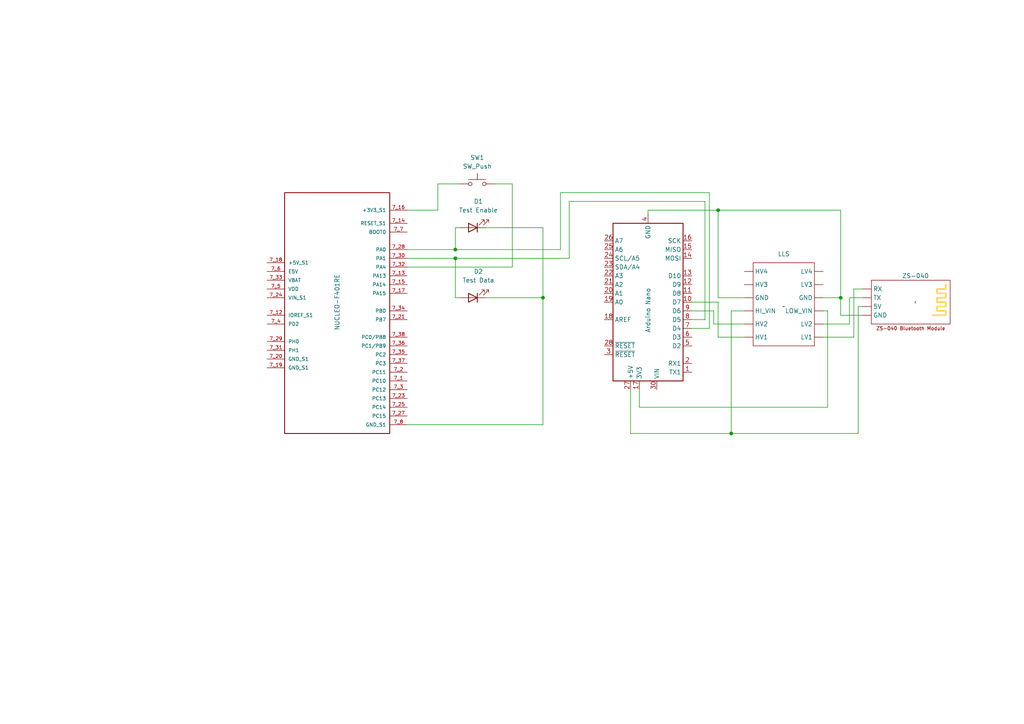
<source format=kicad_sch>
(kicad_sch (version 20230121) (generator eeschema)
  (paper "A4")
  (title_block (title "ESET 349 Final Project") (date "2025-07-27") (company "TAMU MXET") (comment 1 "Satya Harsheet Kumm") (comment 2 "Quinton Bowling") (comment 3 "ESET 349-201"))
  (lib_symbols
    (symbol "Arduino_Nano_Every_1"
      (property "Reference" "A1" (at 2.1941 -25.4 0))
      (property "Value" "Arduino_Nano_Every" (at 2.1941 -27.94 0))
      (symbol "Arduino_Nano_Every_1_1_1"
        (rectangle (start -10.16 22.86) (end 10.16 -22.86) (stroke (width 0.254)))
        (pin bidirectional line (at -12.7 20.32 0) (length 2.54) (name "TX1") (number "1"))
        (pin bidirectional line (at -12.7 0 0) (length 2.54) (name "D7") (number "10"))
        (pin bidirectional line (at -12.7 -2.54 0) (length 2.54) (name "D8") (number "11"))
        (pin bidirectional line (at -12.7 -5.08 0) (length 2.54) (name "D9") (number "12"))
        (pin bidirectional line (at -12.7 -7.62 0) (length 2.54) (name "D10") (number "13"))
        (pin bidirectional line (at -12.7 -12.7 0) (length 2.54) (name "MOSI") (number "14"))
        (pin bidirectional line (at -12.7 -15.24 0) (length 2.54) (name "MISO") (number "15"))
        (pin bidirectional line (at -12.7 -17.78 0) (length 2.54) (name "SCK") (number "16"))
        (pin power_out line (at 2.54 25.4 270) (length 2.54) (name "3V3") (number "17"))
        (pin input line (at 12.7 5.08 180) (length 2.54) (name "AREF") (number "18"))
        (pin bidirectional line (at 12.7 0 180) (length 2.54) (name "A0") (number "19"))
        (pin bidirectional line (at -12.7 17.78 0) (length 2.54) (name "RX1") (number "2"))
        (pin bidirectional line (at 12.7 -2.54 180) (length 2.54) (name "A1") (number "20"))
        (pin bidirectional line (at 12.7 -5.08 180) (length 2.54) (name "A2") (number "21"))
        (pin bidirectional line (at 12.7 -7.62 180) (length 2.54) (name "A3") (number "22"))
        (pin bidirectional line (at 12.7 -10.16 180) (length 2.54) (name "SDA/A4") (number "23"))
        (pin bidirectional line (at 12.7 -12.7 180) (length 2.54) (name "SCL/A5") (number "24"))
        (pin bidirectional line (at 12.7 -15.24 180) (length 2.54) (name "A6") (number "25"))
        (pin bidirectional line (at 12.7 -17.78 180) (length 2.54) (name "A7") (number "26"))
        (pin power_out line (at 5.08 25.4 270) (length 2.54) (name "+5V") (number "27"))
        (pin input line (at 12.7 12.7 180) (length 2.54) (name "~{RESET}") (number "28"))
        (pin passive line (at 0 -25.4 90) (length 2.54) hide (name "GND") (number "29"))
        (pin input line (at 12.7 15.24 180) (length 2.54) (name "~{RESET}") (number "3"))
        (pin power_in line (at -2.54 25.4 270) (length 2.54) (name "VIN") (number "30"))
        (pin power_in line (at 0 -25.4 90) (length 2.54) (name "GND") (number "4"))
        (pin bidirectional line (at -12.7 12.7 0) (length 2.54) (name "D2") (number "5"))
        (pin bidirectional line (at -12.7 10.16 0) (length 2.54) (name "D3") (number "6"))
        (pin bidirectional line (at -12.7 7.62 0) (length 2.54) (name "D4") (number "7"))
        (pin bidirectional line (at -12.7 5.08 0) (length 2.54) (name "D5") (number "8"))
        (pin bidirectional line (at -12.7 2.54 0) (length 2.54) (name "D6") (number "9"))
      )
    )
    (symbol "Device:LED" (pin_numbers hide) (pin_names (offset 1.016) hide)
      (property "Reference" "D" (at 0 2.54 0))
      (property "Value" "LED" (at 0 -2.54 0))
      (symbol "LED_0_1"
        (polyline (pts (xy -1.27 -1.27) (xy -1.27 1.27)) (stroke (width 0.254)))
        (polyline (pts (xy -1.27 0) (xy 1.27 0)))
        (polyline (pts (xy 1.27 -1.27) (xy 1.27 1.27) (xy -1.27 0) (xy 1.27 -1.27)) (stroke (width 0.254)))
        (polyline (pts (xy -3.048 -0.762) (xy -4.572 -2.286) (xy -3.81 -2.286) (xy -4.572 -2.286) (xy -4.572 -1.524)))
        (polyline (pts (xy -1.778 -0.762) (xy -3.302 -2.286) (xy -2.54 -2.286) (xy -3.302 -2.286) (xy -3.302 -1.524)))
      )
      (symbol "LED_1_1"
        (pin passive line (at -3.81 0 0) (length 2.54) (name "K") (number "1"))
        (pin passive line (at 3.81 0 180) (length 2.54) (name "A") (number "2"))
      )
    )
    (symbol "Device:Logic_Level_Shifter"
      (property "Reference" "LogicLevelShifter" (at 0 13.97 0))
      (symbol "Logic_Level_Shifter_0_1"
        (rectangle (start -8.89 11.43) (end 8.89 -12.7))
      )
      (symbol "Logic_Level_Shifter_1_1"
        (pin input line (at -11.43 -2.54 0) (length 2.54) (name "GND") (number ""))
        (pin input line (at 11.43 -2.54 180) (length 2.54) (name "GND") (number ""))
        (pin input line (at 11.43 1.27 180) (length 2.54) (name "HI_VIN") (number ""))
        (pin bidirectional line (at 11.43 8.89 180) (length 2.54) (name "HV1") (number ""))
        (pin bidirectional line (at 11.43 5.08 180) (length 2.54) (name "HV2") (number ""))
        (pin bidirectional line (at 11.43 -6.35 180) (length 2.54) (name "HV3") (number ""))
        (pin bidirectional line (at 11.43 -10.16 180) (length 2.54) (name "HV4") (number ""))
        (pin input line (at -11.43 1.27 0) (length 2.54) (name "LOW_VIN") (number ""))
        (pin bidirectional line (at -11.43 8.89 0) (length 2.54) (name "LV1") (number ""))
        (pin bidirectional line (at -11.43 5.08 0) (length 2.54) (name "LV2") (number ""))
        (pin bidirectional line (at -11.43 -6.35 0) (length 2.54) (name "LV3") (number ""))
        (pin bidirectional line (at -11.43 -10.16 0) (length 2.54) (name "LV4") (number ""))
      )
    )
    (symbol "NUCLEO-F401RE:NUCLEO-F401RE" (pin_names (offset 1.016))
      (property "Reference" "U1" (at 0 33.02 0))
      (property "Value" "NUCLEO-F401RE" (at 0 30.48 0))
      (symbol "NUCLEO-F401RE_1_0"
        (rectangle (start -15.24 29.21) (end 15.24 -40.64) (stroke (width 0.254)))
        (pin bidirectional line (at -20.32 -25.4 0) (length 5.08) (name "PC10") (number "7_1"))
        (pin bidirectional line (at 20.32 -6.35 180) (length 5.08) (name "IOREF_S1") (number "7_12"))
        (pin bidirectional line (at -20.32 5.08 0) (length 5.08) (name "PA13") (number "7_13"))
        (pin bidirectional line (at -20.32 20.32 0) (length 5.08) (name "RESET_S1") (number "7_14"))
        (pin bidirectional line (at -20.32 2.54 0) (length 5.08) (name "PA14") (number "7_15"))
        (pin power_in line (at -20.32 24.13 0) (length 5.08) (name "+3V3_S1") (number "7_16"))
        (pin bidirectional line (at -20.32 0 0) (length 5.08) (name "PA15") (number "7_17"))
        (pin power_in line (at 20.32 8.89 180) (length 5.08) (name "+5V_S1") (number "7_18"))
        (pin power_in line (at 20.32 -21.59 180) (length 5.08) (name "GND_S1") (number "7_19"))
        (pin bidirectional line (at -20.32 -22.86 0) (length 5.08) (name "PC11") (number "7_2"))
        (pin power_in line (at 20.32 -19.05 180) (length 5.08) (name "GND_S1") (number "7_20"))
        (pin bidirectional line (at -20.32 -7.62 0) (length 5.08) (name "PB7") (number "7_21"))
        (pin bidirectional line (at -20.32 -30.48 0) (length 5.08) (name "PC13") (number "7_23"))
        (pin power_in line (at 20.32 -1.27 180) (length 5.08) (name "VIN_S1") (number "7_24"))
        (pin bidirectional line (at -20.32 -33.02 0) (length 5.08) (name "PC14") (number "7_25"))
        (pin bidirectional line (at -20.32 -35.56 0) (length 5.08) (name "PC15") (number "7_27"))
        (pin bidirectional line (at -20.32 12.7 0) (length 5.08) (name "PA0") (number "7_28"))
        (pin bidirectional line (at 20.32 -13.97 180) (length 5.08) (name "PH0") (number "7_29"))
        (pin bidirectional line (at -20.32 -27.94 0) (length 5.08) (name "PC12") (number "7_3"))
        (pin bidirectional line (at -20.32 10.16 0) (length 5.08) (name "PA1") (number "7_30"))
        (pin bidirectional line (at 20.32 -16.51 180) (length 5.08) (name "PH1") (number "7_31"))
        (pin bidirectional line (at -20.32 7.62 0) (length 5.08) (name "PA4") (number "7_32"))
        (pin power_in line (at 20.32 3.81 180) (length 5.08) (name "VBAT") (number "7_33"))
        (pin bidirectional line (at -20.32 -5.08 0) (length 5.08) (name "PB0") (number "7_34"))
        (pin bidirectional line (at -20.32 -17.78 0) (length 5.08) (name "PC2") (number "7_35"))
        (pin bidirectional line (at -20.32 -15.24 0) (length 5.08) (name "PC1/PB9") (number "7_36"))
        (pin bidirectional line (at -20.32 -20.32 0) (length 5.08) (name "PC3") (number "7_37"))
        (pin bidirectional line (at -20.32 -12.7 0) (length 5.08) (name "PC0/PB8") (number "7_38"))
        (pin bidirectional line (at 20.32 -8.89 180) (length 5.08) (name "PD2") (number "7_4"))
        (pin power_in line (at 20.32 1.27 180) (length 5.08) (name "VDD") (number "7_5"))
        (pin power_in line (at 20.32 6.35 180) (length 5.08) (name "E5V") (number "7_6"))
        (pin bidirectional line (at -20.32 17.78 0) (length 5.08) (name "BOOT0") (number "7_7"))
        (pin power_in line (at -20.32 -38.1 0) (length 5.08) (name "GND_S1") (number "7_8"))
      )
      (symbol "NUCLEO-F401RE_2_0"
        (rectangle (start -12.7 -40.64) (end 12.7 38.1) (stroke (width 0.254)) (fill (type background)))
        (pin bidirectional line (at 17.78 15.24 180) (length 5.08) (name "PC9") (number "10_1"))
        (pin bidirectional line (at -17.78 22.86 0) (length 5.08) (name "PA5") (number "10_11"))
        (pin bidirectional line (at -17.78 5.08 0) (length 5.08) (name "PA12") (number "10_12"))
        (pin bidirectional line (at -17.78 20.32 0) (length 5.08) (name "PA6") (number "10_13"))
        (pin bidirectional line (at -17.78 7.62 0) (length 5.08) (name "PA11") (number "10_14"))
        (pin bidirectional line (at -17.78 17.78 0) (length 5.08) (name "PA7") (number "10_15"))
        (pin bidirectional line (at -17.78 -22.86 0) (length 5.08) (name "PB12") (number "10_16"))
        (pin bidirectional line (at -17.78 -12.7 0) (length 5.08) (name "PB6") (number "10_17"))
        (pin bidirectional line (at 17.78 20.32 180) (length 5.08) (name "PC7") (number "10_19"))
        (pin bidirectional line (at 17.78 17.78 180) (length 5.08) (name "PC8") (number "10_2"))
        (pin power_in line (at 17.78 -38.1 180) (length 5.08) (name "GND_S2") (number "10_20"))
        (pin bidirectional line (at -17.78 12.7 0) (length 5.08) (name "PA9") (number "10_21"))
        (pin bidirectional line (at -17.78 -2.54 0) (length 5.08) (name "PB2") (number "10_22"))
        (pin bidirectional line (at -17.78 15.24 0) (length 5.08) (name "PA8") (number "10_23"))
        (pin bidirectional line (at -17.78 0 0) (length 5.08) (name "PB1") (number "10_24"))
        (pin bidirectional line (at -17.78 -20.32 0) (length 5.08) (name "PB10") (number "10_25"))
        (pin bidirectional line (at -17.78 -30.48 0) (length 5.08) (name "PB15") (number "10_26"))
        (pin bidirectional line (at -17.78 -7.62 0) (length 5.08) (name "PB4") (number "10_27"))
        (pin bidirectional line (at -17.78 -27.94 0) (length 5.08) (name "PB14") (number "10_28"))
        (pin bidirectional line (at -17.78 -10.16 0) (length 5.08) (name "PB5") (number "10_29"))
        (pin bidirectional line (at -17.78 -15.24 0) (length 5.08) (name "PB8") (number "10_3"))
        (pin bidirectional line (at -17.78 -25.4 0) (length 5.08) (name "PB13") (number "10_30"))
        (pin bidirectional line (at -17.78 -5.08 0) (length 5.08) (name "PB3") (number "10_31"))
        (pin power_in line (at 17.78 -35.56 180) (length 5.08) (name "AGND") (number "10_32"))
        (pin bidirectional line (at -17.78 10.16 0) (length 5.08) (name "PA10") (number "10_33"))
        (pin bidirectional line (at 17.78 27.94 180) (length 5.08) (name "PC4") (number "10_34"))
        (pin bidirectional line (at -17.78 27.94 0) (length 5.08) (name "PA2") (number "10_35"))
        (pin bidirectional line (at -17.78 25.4 0) (length 5.08) (name "PA3") (number "10_37"))
        (pin bidirectional line (at 17.78 22.86 180) (length 5.08) (name "PC6") (number "10_4"))
        (pin bidirectional line (at -17.78 -17.78 0) (length 5.08) (name "PB9") (number "10_5"))
        (pin bidirectional line (at 17.78 25.4 180) (length 5.08) (name "PC5") (number "10_6"))
        (pin power_in line (at 17.78 35.56 180) (length 5.08) (name "AVDD") (number "10_7"))
        (pin power_in line (at 17.78 33.02 180) (length 5.08) (name "U5V") (number "10_8"))
        (pin power_in line (at 17.78 -38.1 180) (length 5.08) (name "GND_S2") (number "10_9"))
      )
      (symbol "NUCLEO-F401RE_3_0"
        (rectangle (start -10.16 -12.7) (end 10.16 10.16) (stroke (width 0.254)) (fill (type background)))
        (pin bidirectional line (at -15.24 -5.08 0) (length 5.08) (name "IOREF") (number "6_2"))
        (pin bidirectional line (at -15.24 -2.54 0) (length 5.08) (name "RESET") (number "6_3"))
        (pin power_in line (at 15.24 2.54 180) (length 5.08) (name "+3V3") (number "6_4"))
        (pin power_in line (at 15.24 5.08 180) (length 5.08) (name "+5V") (number "6_5"))
        (pin power_in line (at 15.24 -10.16 180) (length 5.08) (name "GND") (number "6_6"))
        (pin power_in line (at 15.24 -10.16 180) (length 5.08) (name "GND") (number "6_7"))
        (pin power_in line (at 15.24 7.62 180) (length 5.08) (name "VIN") (number "6_8"))
      )
      (symbol "NUCLEO-F401RE_4_0"
        (rectangle (start -5.08 -12.7) (end 5.08 12.7) (stroke (width 0.254)) (fill (type background)))
        (pin input line (at -10.16 10.16 0) (length 5.08) (name "D0") (number "9_1"))
        (pin output line (at -10.16 7.62 0) (length 5.08) (name "D1") (number "9_2"))
        (pin bidirectional line (at -10.16 2.54 0) (length 5.08) (name "D2") (number "9_3"))
        (pin bidirectional line (at -10.16 0 0) (length 5.08) (name "D3") (number "9_4"))
        (pin bidirectional line (at -10.16 -2.54 0) (length 5.08) (name "D4") (number "9_5"))
        (pin bidirectional line (at -10.16 -5.08 0) (length 5.08) (name "D5") (number "9_6"))
        (pin bidirectional line (at -10.16 -7.62 0) (length 5.08) (name "D6") (number "9_7"))
        (pin bidirectional line (at -10.16 -10.16 0) (length 5.08) (name "D7") (number "9_8"))
      )
      (symbol "NUCLEO-F401RE_5_0"
        (rectangle (start -5.08 -10.16) (end 5.08 7.62) (stroke (width 0.254)) (fill (type background)))
        (pin input line (at -10.16 5.08 0) (length 5.08) (name "A0") (number "8_1"))
        (pin input line (at -10.16 2.54 0) (length 5.08) (name "A1") (number "8_2"))
        (pin input line (at -10.16 0 0) (length 5.08) (name "A2") (number "8_3"))
        (pin input line (at -10.16 -2.54 0) (length 5.08) (name "A3") (number "8_4"))
        (pin input line (at -10.16 -5.08 0) (length 5.08) (name "A4") (number "8_5"))
        (pin input line (at -10.16 -7.62 0) (length 5.08) (name "A5") (number "8_6"))
      )
      (symbol "NUCLEO-F401RE_6_0"
        (rectangle (start -10.16 -17.78) (end 10.16 15.24) (stroke (width 0.254)) (fill (type background)))
        (pin bidirectional line (at -15.24 7.62 0) (length 5.08) (name "D8") (number "5_1"))
        (pin bidirectional clock (at -15.24 -10.16 0) (length 5.08) (name "D15") (number "5_10"))
        (pin bidirectional line (at -15.24 5.08 0) (length 5.08) (name "D9") (number "5_2"))
        (pin bidirectional line (at -15.24 2.54 0) (length 5.08) (name "D10") (number "5_3"))
        (pin bidirectional line (at -15.24 0 0) (length 5.08) (name "D11") (number "5_4"))
        (pin bidirectional line (at -15.24 -2.54 0) (length 5.08) (name "D12") (number "5_5"))
        (pin bidirectional clock (at -15.24 -5.08 0) (length 5.08) (name "D13") (number "5_6"))
        (pin power_in line (at 15.24 -15.24 180) (length 5.08) (name "GND_S6") (number "5_7"))
        (pin power_in line (at 15.24 12.7 180) (length 5.08) (name "AREF") (number "5_8"))
        (pin bidirectional line (at -15.24 -7.62 0) (length 5.08) (name "D14") (number "5_9"))
      )
    )
    (symbol "RF_Bluetooth:ZS-040"
      (property "Reference" "ZS-040" (at -7.62 -3.81 90))
      (property "Value" "~" (at 0 0 0))
      (symbol "ZS-040_0_1"
        (rectangle (start -6.35 10.16) (end 6.35 -12.7))
      )
      (symbol "ZS-040_1_1"
        (polyline (pts (xy -5.08 8.89) (xy -3.81 8.89) (xy -3.81 6.35) (xy -2.54 6.35) (xy -2.54 8.89) (xy -1.27 8.89) (xy -1.27 6.35) (xy 0 6.35) (xy 0 8.89) (xy 1.27 8.89) (xy 1.27 6.35) (xy 2.54 6.35) (xy 2.54 8.89) (xy 3.81 8.89) (xy 3.81 6.35) (xy 3.81 5.08)) (stroke (width 0.5) (color 255 210 93 1)))
        (text "ZS-040 Bluetooth Module" (at 7.62 -1.27 900) (effects (font (size 1 1))))
        (pin input line (at 1.27 -15.24 90) (length 2.54) (name "5V") (number ""))
        (pin input line (at 3.81 -15.24 90) (length 2.54) (name "GND") (number ""))
        (pin bidirectional line (at -3.81 -15.24 90) (length 2.54) (name "RX") (number ""))
        (pin bidirectional line (at -1.27 -15.24 90) (length 2.54) (name "TX") (number ""))
      )
    )
    (symbol "Switch:SW_Push" (pin_numbers hide) (pin_names (offset 1.016) hide)
      (property "Reference" "SW" (at 1.27 2.54 0))
      (property "Value" "SW_Push" (at 0 -1.524 0))
      (symbol "SW_Push_0_1"
        (circle (center -2.032 0) (radius 0.508))
        (polyline (pts (xy 0 1.27) (xy 0 3.048)))
        (polyline (pts (xy 2.54 1.27) (xy -2.54 1.27)))
        (circle (center 2.032 0) (radius 0.508))
        (pin passive line (at -5.08 0 0) (length 2.54) (name "1") (number "1"))
        (pin passive line (at 5.08 0 180) (length 2.54) (name "2") (number "2"))
      )
    )
  )
  (junction (at 208.28 60.96))
  (junction (at 157.48 86.36))
  (junction (at 243.84 86.36))
  (junction (at 132.08 74.93))
  (junction (at 212.09 125.73))
  (junction (at 132.08 72.39))
  (wire (pts (xy 118.11 74.93) (xy 132.08 74.93)))
  (wire (pts (xy 200.66 92.71) (xy 204.47 92.71)))
  (wire (pts (xy 240.03 118.11) (xy 240.03 90.17)))
  (wire (pts (xy 208.28 60.96) (xy 208.28 86.36)))
  (wire (pts (xy 248.92 125.73) (xy 212.09 125.73)))
  (wire (pts (xy 132.08 66.04) (xy 133.35 66.04)))
  (wire (pts (xy 208.28 87.63) (xy 208.28 97.79)))
  (wire (pts (xy 148.59 53.34) (xy 148.59 77.47)))
  (wire (pts (xy 250.19 88.9) (xy 248.92 88.9)))
  (wire (pts (xy 243.84 60.96) (xy 208.28 60.96)))
  (wire (pts (xy 140.97 86.36) (xy 157.48 86.36)))
  (wire (pts (xy 132.08 66.04) (xy 132.08 72.39)))
  (wire (pts (xy 200.66 90.17) (xy 207.01 90.17)))
  (wire (pts (xy 247.65 97.79) (xy 247.65 83.82)))
  (wire (pts (xy 247.65 83.82) (xy 250.19 83.82)))
  (wire (pts (xy 162.56 55.88) (xy 162.56 72.39)))
  (wire (pts (xy 243.84 86.36) (xy 238.76 86.36)))
  (wire (pts (xy 250.19 91.44) (xy 243.84 91.44)))
  (wire (pts (xy 187.96 60.96) (xy 187.96 62.23)))
  (wire (pts (xy 132.08 74.93) (xy 132.08 86.36)))
  (wire (pts (xy 200.66 95.25) (xy 205.74 95.25)))
  (wire (pts (xy 132.08 72.39) (xy 118.11 72.39)))
  (wire (pts (xy 204.47 92.71) (xy 204.47 58.42)))
  (wire (pts (xy 200.66 87.63) (xy 208.28 87.63)))
  (wire (pts (xy 208.28 97.79) (xy 215.9 97.79)))
  (wire (pts (xy 143.51 53.34) (xy 148.59 53.34)))
  (wire (pts (xy 185.42 113.03) (xy 185.42 118.11)))
  (wire (pts (xy 148.59 77.47) (xy 118.11 77.47)))
  (wire (pts (xy 205.74 95.25) (xy 205.74 55.88)))
  (wire (pts (xy 157.48 86.36) (xy 157.48 123.19)))
  (wire (pts (xy 212.09 90.17) (xy 215.9 90.17)))
  (wire (pts (xy 246.38 86.36) (xy 250.19 86.36)))
  (wire (pts (xy 140.97 66.04) (xy 157.48 66.04)))
  (wire (pts (xy 132.08 74.93) (xy 165.1 74.93)))
  (wire (pts (xy 127 60.96) (xy 127 53.34)))
  (wire (pts (xy 212.09 125.73) (xy 212.09 90.17)))
  (wire (pts (xy 182.88 113.03) (xy 182.88 125.73)))
  (wire (pts (xy 185.42 118.11) (xy 240.03 118.11)))
  (wire (pts (xy 248.92 88.9) (xy 248.92 125.73)))
  (wire (pts (xy 162.56 72.39) (xy 132.08 72.39)))
  (wire (pts (xy 207.01 90.17) (xy 207.01 93.98)))
  (wire (pts (xy 238.76 97.79) (xy 247.65 97.79)))
  (wire (pts (xy 118.11 60.96) (xy 127 60.96)))
  (wire (pts (xy 246.38 93.98) (xy 246.38 86.36)))
  (wire (pts (xy 204.47 58.42) (xy 165.1 58.42)))
  (wire (pts (xy 207.01 93.98) (xy 215.9 93.98)))
  (wire (pts (xy 238.76 93.98) (xy 246.38 93.98)))
  (wire (pts (xy 162.56 55.88) (xy 205.74 55.88)))
  (wire (pts (xy 240.03 90.17) (xy 238.76 90.17)))
  (wire (pts (xy 165.1 58.42) (xy 165.1 74.93)))
  (wire (pts (xy 127 53.34) (xy 133.35 53.34)))
  (wire (pts (xy 208.28 60.96) (xy 187.96 60.96)))
  (wire (pts (xy 182.88 125.73) (xy 212.09 125.73)))
  (wire (pts (xy 243.84 60.96) (xy 243.84 86.36)))
  (wire (pts (xy 243.84 91.44) (xy 243.84 86.36)))
  (wire (pts (xy 157.48 123.19) (xy 118.11 123.19)))
  (wire (pts (xy 157.48 66.04) (xy 157.48 86.36)))
  (wire (pts (xy 132.08 86.36) (xy 133.35 86.36)))
  (wire (pts (xy 215.9 86.36) (xy 208.28 86.36)))
  (symbol (lib_name "Arduino_Nano_Every_1") (lib_id "MCU_Module:Arduino_Nano_Every") (at 187.96 87.63 180) (unit 1)
    (property "Reference" "A2" (effects hide))
    (property "Value" "Arduino Nano" (at 187.96 96.52 90) (effects (justify right)))
    (property "Footprint" "Module:Arduino_Nano" (effects hide))
    (property "Datasheet" "https://content.arduino.cc/assets/NANOEveryV3.0_sch.pdf" (effects hide))
  )
  (symbol (lib_id "NUCLEO-F401RE:NUCLEO-F401RE") (at 97.79 85.09 0) (mirror y) (unit 1)
    (property "Reference" "U1" (effects hide))
    (property "Value" "NUCLEO-F401RE" (at 97.79 87.63 90))
    (property "Footprint" "NUCLEO-F401RE:ST_NUCLEO-F401RE" (effects hide))
    (property "MF" "STMicroelectronics" (effects hide))
    (property "Description" "\n                        \n                            STM32F401RE, mbed-Enabled Development Nucleo-64 STM32F4 ARM® Cortex®-M4 MCU 32-Bit Embedded Evaluation Board\n                        \n" (effects hide))
    (property "Package" "None" (effects hide))
    (property "Price" "None" (effects hide))
    (property "Check_prices" "https://www.snapeda.com/parts/NUCLEO-F401RE/STMicroelectronics/view-part/?ref=eda" (effects hide))
    (property "STANDARD" "Manufacturer Recommendations" (effects hide))
    (property "PARTREV" "13" (effects hide))
    (property "SnapEDA_Link" "https://www.snapeda.com/parts/NUCLEO-F401RE/STMicroelectronics/view-part/?ref=snap" (effects hide))
    (property "MP" "NUCLEO-F401RE" (effects hide))
    (property "Availability" "In Stock" (effects hide))
    (property "MANUFACTURER" "STMicroelectronics" (effects hide))
  )
  (symbol (lib_id "Device:LED") (at 137.16 86.36 180) (unit 1)
    (property "Reference" "D2" (at 138.7475 78.74 0))
    (property "Value" "Test Data" (at 138.7475 81.28 0))
  )
  (symbol (lib_id "Device:LED") (at 137.16 66.04 180) (unit 1)
    (property "Reference" "D1" (at 138.7475 58.42 0))
    (property "Value" "Test Enable" (at 138.7475 60.96 0))
  )
  (symbol (lib_id "RF_Bluetooth:ZS-040") (at 265.43 87.63 270) (unit 1)
    (property "Reference" "ZS-040" (at 261.62 80.01 90) (effects (justify left)))
    (property "Value" "~" (at 265.43 87.63 0))
  )
  (symbol (lib_id "Device:Logic_Level_Shifter") (at 227.33 88.9 180) (unit 1)
    (property "Reference" "LLS" (at 227.33 73.66 0))
    (property "Value" "~" (at 227.33 88.9 0))
  )
  (symbol (lib_id "Switch:SW_Push") (at 138.43 53.34 0) (unit 1)
    (property "Reference" "SW1" (at 138.43 45.72 0))
    (property "Value" "SW_Push" (at 138.43 48.26 0))
  )
)
</source>
